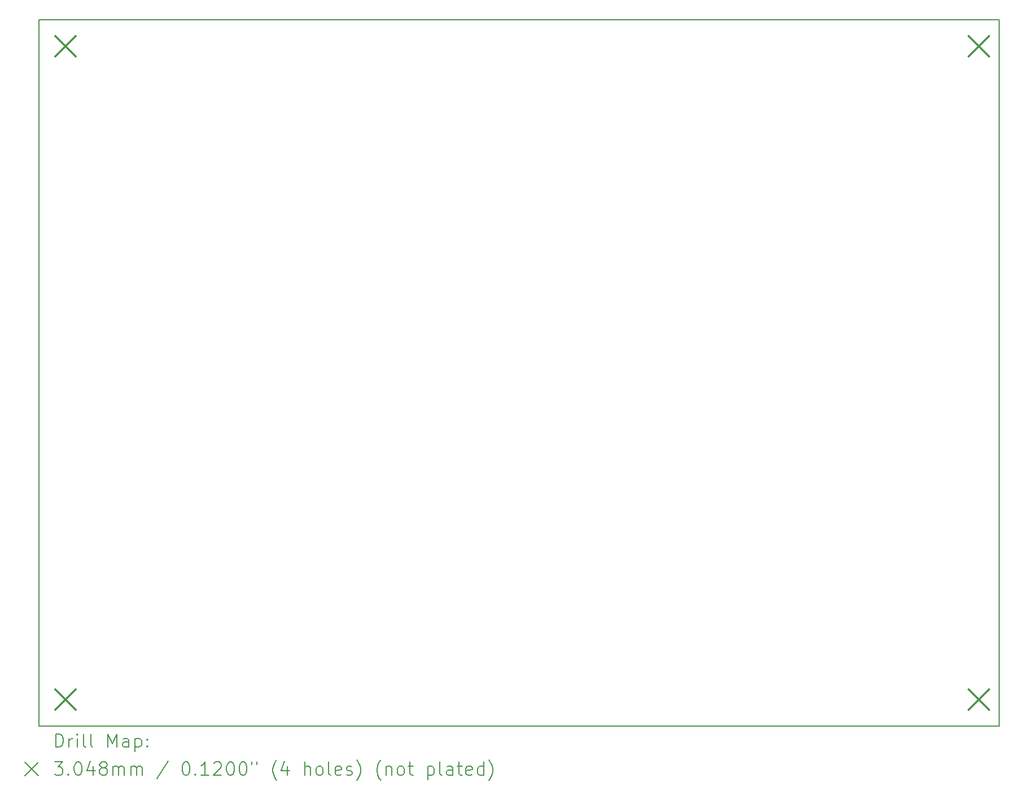
<source format=gbr>
%TF.GenerationSoftware,KiCad,Pcbnew,7.0.11+dfsg-1build4*%
%TF.CreationDate,2025-02-02T21:03:16-06:00*%
%TF.ProjectId,ControlBoard,436f6e74-726f-46c4-926f-6172642e6b69,rev?*%
%TF.SameCoordinates,Original*%
%TF.FileFunction,Drillmap*%
%TF.FilePolarity,Positive*%
%FSLAX45Y45*%
G04 Gerber Fmt 4.5, Leading zero omitted, Abs format (unit mm)*
G04 Created by KiCad (PCBNEW 7.0.11+dfsg-1build4) date 2025-02-02 21:03:16*
%MOMM*%
%LPD*%
G01*
G04 APERTURE LIST*
%ADD10C,0.150000*%
%ADD11C,0.200000*%
%ADD12C,0.304800*%
G04 APERTURE END LIST*
D10*
X5500000Y-14500000D02*
X5500000Y-3900000D01*
X19900000Y-14500000D02*
X5500000Y-14500000D01*
X19900000Y-3900000D02*
X19900000Y-14500000D01*
X5500000Y-3900000D02*
X19900000Y-3900000D01*
D11*
D12*
X5747600Y-4147600D02*
X6052400Y-4452400D01*
X6052400Y-4147600D02*
X5747600Y-4452400D01*
X5747600Y-13947600D02*
X6052400Y-14252400D01*
X6052400Y-13947600D02*
X5747600Y-14252400D01*
X19447600Y-4147600D02*
X19752400Y-4452400D01*
X19752400Y-4147600D02*
X19447600Y-4452400D01*
X19447600Y-13947600D02*
X19752400Y-14252400D01*
X19752400Y-13947600D02*
X19447600Y-14252400D01*
D11*
X5753277Y-14818984D02*
X5753277Y-14618984D01*
X5753277Y-14618984D02*
X5800896Y-14618984D01*
X5800896Y-14618984D02*
X5829467Y-14628508D01*
X5829467Y-14628508D02*
X5848515Y-14647555D01*
X5848515Y-14647555D02*
X5858039Y-14666603D01*
X5858039Y-14666603D02*
X5867562Y-14704698D01*
X5867562Y-14704698D02*
X5867562Y-14733269D01*
X5867562Y-14733269D02*
X5858039Y-14771365D01*
X5858039Y-14771365D02*
X5848515Y-14790412D01*
X5848515Y-14790412D02*
X5829467Y-14809460D01*
X5829467Y-14809460D02*
X5800896Y-14818984D01*
X5800896Y-14818984D02*
X5753277Y-14818984D01*
X5953277Y-14818984D02*
X5953277Y-14685650D01*
X5953277Y-14723746D02*
X5962801Y-14704698D01*
X5962801Y-14704698D02*
X5972324Y-14695174D01*
X5972324Y-14695174D02*
X5991372Y-14685650D01*
X5991372Y-14685650D02*
X6010420Y-14685650D01*
X6077086Y-14818984D02*
X6077086Y-14685650D01*
X6077086Y-14618984D02*
X6067562Y-14628508D01*
X6067562Y-14628508D02*
X6077086Y-14638031D01*
X6077086Y-14638031D02*
X6086610Y-14628508D01*
X6086610Y-14628508D02*
X6077086Y-14618984D01*
X6077086Y-14618984D02*
X6077086Y-14638031D01*
X6200896Y-14818984D02*
X6181848Y-14809460D01*
X6181848Y-14809460D02*
X6172324Y-14790412D01*
X6172324Y-14790412D02*
X6172324Y-14618984D01*
X6305658Y-14818984D02*
X6286610Y-14809460D01*
X6286610Y-14809460D02*
X6277086Y-14790412D01*
X6277086Y-14790412D02*
X6277086Y-14618984D01*
X6534229Y-14818984D02*
X6534229Y-14618984D01*
X6534229Y-14618984D02*
X6600896Y-14761841D01*
X6600896Y-14761841D02*
X6667562Y-14618984D01*
X6667562Y-14618984D02*
X6667562Y-14818984D01*
X6848515Y-14818984D02*
X6848515Y-14714222D01*
X6848515Y-14714222D02*
X6838991Y-14695174D01*
X6838991Y-14695174D02*
X6819943Y-14685650D01*
X6819943Y-14685650D02*
X6781848Y-14685650D01*
X6781848Y-14685650D02*
X6762801Y-14695174D01*
X6848515Y-14809460D02*
X6829467Y-14818984D01*
X6829467Y-14818984D02*
X6781848Y-14818984D01*
X6781848Y-14818984D02*
X6762801Y-14809460D01*
X6762801Y-14809460D02*
X6753277Y-14790412D01*
X6753277Y-14790412D02*
X6753277Y-14771365D01*
X6753277Y-14771365D02*
X6762801Y-14752317D01*
X6762801Y-14752317D02*
X6781848Y-14742793D01*
X6781848Y-14742793D02*
X6829467Y-14742793D01*
X6829467Y-14742793D02*
X6848515Y-14733269D01*
X6943753Y-14685650D02*
X6943753Y-14885650D01*
X6943753Y-14695174D02*
X6962801Y-14685650D01*
X6962801Y-14685650D02*
X7000896Y-14685650D01*
X7000896Y-14685650D02*
X7019943Y-14695174D01*
X7019943Y-14695174D02*
X7029467Y-14704698D01*
X7029467Y-14704698D02*
X7038991Y-14723746D01*
X7038991Y-14723746D02*
X7038991Y-14780888D01*
X7038991Y-14780888D02*
X7029467Y-14799936D01*
X7029467Y-14799936D02*
X7019943Y-14809460D01*
X7019943Y-14809460D02*
X7000896Y-14818984D01*
X7000896Y-14818984D02*
X6962801Y-14818984D01*
X6962801Y-14818984D02*
X6943753Y-14809460D01*
X7124705Y-14799936D02*
X7134229Y-14809460D01*
X7134229Y-14809460D02*
X7124705Y-14818984D01*
X7124705Y-14818984D02*
X7115182Y-14809460D01*
X7115182Y-14809460D02*
X7124705Y-14799936D01*
X7124705Y-14799936D02*
X7124705Y-14818984D01*
X7124705Y-14695174D02*
X7134229Y-14704698D01*
X7134229Y-14704698D02*
X7124705Y-14714222D01*
X7124705Y-14714222D02*
X7115182Y-14704698D01*
X7115182Y-14704698D02*
X7124705Y-14695174D01*
X7124705Y-14695174D02*
X7124705Y-14714222D01*
X5292500Y-15047500D02*
X5492500Y-15247500D01*
X5492500Y-15047500D02*
X5292500Y-15247500D01*
X5734229Y-15038984D02*
X5858039Y-15038984D01*
X5858039Y-15038984D02*
X5791372Y-15115174D01*
X5791372Y-15115174D02*
X5819943Y-15115174D01*
X5819943Y-15115174D02*
X5838991Y-15124698D01*
X5838991Y-15124698D02*
X5848515Y-15134222D01*
X5848515Y-15134222D02*
X5858039Y-15153269D01*
X5858039Y-15153269D02*
X5858039Y-15200888D01*
X5858039Y-15200888D02*
X5848515Y-15219936D01*
X5848515Y-15219936D02*
X5838991Y-15229460D01*
X5838991Y-15229460D02*
X5819943Y-15238984D01*
X5819943Y-15238984D02*
X5762801Y-15238984D01*
X5762801Y-15238984D02*
X5743753Y-15229460D01*
X5743753Y-15229460D02*
X5734229Y-15219936D01*
X5943753Y-15219936D02*
X5953277Y-15229460D01*
X5953277Y-15229460D02*
X5943753Y-15238984D01*
X5943753Y-15238984D02*
X5934229Y-15229460D01*
X5934229Y-15229460D02*
X5943753Y-15219936D01*
X5943753Y-15219936D02*
X5943753Y-15238984D01*
X6077086Y-15038984D02*
X6096134Y-15038984D01*
X6096134Y-15038984D02*
X6115182Y-15048508D01*
X6115182Y-15048508D02*
X6124705Y-15058031D01*
X6124705Y-15058031D02*
X6134229Y-15077079D01*
X6134229Y-15077079D02*
X6143753Y-15115174D01*
X6143753Y-15115174D02*
X6143753Y-15162793D01*
X6143753Y-15162793D02*
X6134229Y-15200888D01*
X6134229Y-15200888D02*
X6124705Y-15219936D01*
X6124705Y-15219936D02*
X6115182Y-15229460D01*
X6115182Y-15229460D02*
X6096134Y-15238984D01*
X6096134Y-15238984D02*
X6077086Y-15238984D01*
X6077086Y-15238984D02*
X6058039Y-15229460D01*
X6058039Y-15229460D02*
X6048515Y-15219936D01*
X6048515Y-15219936D02*
X6038991Y-15200888D01*
X6038991Y-15200888D02*
X6029467Y-15162793D01*
X6029467Y-15162793D02*
X6029467Y-15115174D01*
X6029467Y-15115174D02*
X6038991Y-15077079D01*
X6038991Y-15077079D02*
X6048515Y-15058031D01*
X6048515Y-15058031D02*
X6058039Y-15048508D01*
X6058039Y-15048508D02*
X6077086Y-15038984D01*
X6315182Y-15105650D02*
X6315182Y-15238984D01*
X6267562Y-15029460D02*
X6219943Y-15172317D01*
X6219943Y-15172317D02*
X6343753Y-15172317D01*
X6448515Y-15124698D02*
X6429467Y-15115174D01*
X6429467Y-15115174D02*
X6419943Y-15105650D01*
X6419943Y-15105650D02*
X6410420Y-15086603D01*
X6410420Y-15086603D02*
X6410420Y-15077079D01*
X6410420Y-15077079D02*
X6419943Y-15058031D01*
X6419943Y-15058031D02*
X6429467Y-15048508D01*
X6429467Y-15048508D02*
X6448515Y-15038984D01*
X6448515Y-15038984D02*
X6486610Y-15038984D01*
X6486610Y-15038984D02*
X6505658Y-15048508D01*
X6505658Y-15048508D02*
X6515182Y-15058031D01*
X6515182Y-15058031D02*
X6524705Y-15077079D01*
X6524705Y-15077079D02*
X6524705Y-15086603D01*
X6524705Y-15086603D02*
X6515182Y-15105650D01*
X6515182Y-15105650D02*
X6505658Y-15115174D01*
X6505658Y-15115174D02*
X6486610Y-15124698D01*
X6486610Y-15124698D02*
X6448515Y-15124698D01*
X6448515Y-15124698D02*
X6429467Y-15134222D01*
X6429467Y-15134222D02*
X6419943Y-15143746D01*
X6419943Y-15143746D02*
X6410420Y-15162793D01*
X6410420Y-15162793D02*
X6410420Y-15200888D01*
X6410420Y-15200888D02*
X6419943Y-15219936D01*
X6419943Y-15219936D02*
X6429467Y-15229460D01*
X6429467Y-15229460D02*
X6448515Y-15238984D01*
X6448515Y-15238984D02*
X6486610Y-15238984D01*
X6486610Y-15238984D02*
X6505658Y-15229460D01*
X6505658Y-15229460D02*
X6515182Y-15219936D01*
X6515182Y-15219936D02*
X6524705Y-15200888D01*
X6524705Y-15200888D02*
X6524705Y-15162793D01*
X6524705Y-15162793D02*
X6515182Y-15143746D01*
X6515182Y-15143746D02*
X6505658Y-15134222D01*
X6505658Y-15134222D02*
X6486610Y-15124698D01*
X6610420Y-15238984D02*
X6610420Y-15105650D01*
X6610420Y-15124698D02*
X6619943Y-15115174D01*
X6619943Y-15115174D02*
X6638991Y-15105650D01*
X6638991Y-15105650D02*
X6667563Y-15105650D01*
X6667563Y-15105650D02*
X6686610Y-15115174D01*
X6686610Y-15115174D02*
X6696134Y-15134222D01*
X6696134Y-15134222D02*
X6696134Y-15238984D01*
X6696134Y-15134222D02*
X6705658Y-15115174D01*
X6705658Y-15115174D02*
X6724705Y-15105650D01*
X6724705Y-15105650D02*
X6753277Y-15105650D01*
X6753277Y-15105650D02*
X6772324Y-15115174D01*
X6772324Y-15115174D02*
X6781848Y-15134222D01*
X6781848Y-15134222D02*
X6781848Y-15238984D01*
X6877086Y-15238984D02*
X6877086Y-15105650D01*
X6877086Y-15124698D02*
X6886610Y-15115174D01*
X6886610Y-15115174D02*
X6905658Y-15105650D01*
X6905658Y-15105650D02*
X6934229Y-15105650D01*
X6934229Y-15105650D02*
X6953277Y-15115174D01*
X6953277Y-15115174D02*
X6962801Y-15134222D01*
X6962801Y-15134222D02*
X6962801Y-15238984D01*
X6962801Y-15134222D02*
X6972324Y-15115174D01*
X6972324Y-15115174D02*
X6991372Y-15105650D01*
X6991372Y-15105650D02*
X7019943Y-15105650D01*
X7019943Y-15105650D02*
X7038991Y-15115174D01*
X7038991Y-15115174D02*
X7048515Y-15134222D01*
X7048515Y-15134222D02*
X7048515Y-15238984D01*
X7438991Y-15029460D02*
X7267563Y-15286603D01*
X7696134Y-15038984D02*
X7715182Y-15038984D01*
X7715182Y-15038984D02*
X7734229Y-15048508D01*
X7734229Y-15048508D02*
X7743753Y-15058031D01*
X7743753Y-15058031D02*
X7753277Y-15077079D01*
X7753277Y-15077079D02*
X7762801Y-15115174D01*
X7762801Y-15115174D02*
X7762801Y-15162793D01*
X7762801Y-15162793D02*
X7753277Y-15200888D01*
X7753277Y-15200888D02*
X7743753Y-15219936D01*
X7743753Y-15219936D02*
X7734229Y-15229460D01*
X7734229Y-15229460D02*
X7715182Y-15238984D01*
X7715182Y-15238984D02*
X7696134Y-15238984D01*
X7696134Y-15238984D02*
X7677086Y-15229460D01*
X7677086Y-15229460D02*
X7667563Y-15219936D01*
X7667563Y-15219936D02*
X7658039Y-15200888D01*
X7658039Y-15200888D02*
X7648515Y-15162793D01*
X7648515Y-15162793D02*
X7648515Y-15115174D01*
X7648515Y-15115174D02*
X7658039Y-15077079D01*
X7658039Y-15077079D02*
X7667563Y-15058031D01*
X7667563Y-15058031D02*
X7677086Y-15048508D01*
X7677086Y-15048508D02*
X7696134Y-15038984D01*
X7848515Y-15219936D02*
X7858039Y-15229460D01*
X7858039Y-15229460D02*
X7848515Y-15238984D01*
X7848515Y-15238984D02*
X7838991Y-15229460D01*
X7838991Y-15229460D02*
X7848515Y-15219936D01*
X7848515Y-15219936D02*
X7848515Y-15238984D01*
X8048515Y-15238984D02*
X7934229Y-15238984D01*
X7991372Y-15238984D02*
X7991372Y-15038984D01*
X7991372Y-15038984D02*
X7972325Y-15067555D01*
X7972325Y-15067555D02*
X7953277Y-15086603D01*
X7953277Y-15086603D02*
X7934229Y-15096127D01*
X8124706Y-15058031D02*
X8134229Y-15048508D01*
X8134229Y-15048508D02*
X8153277Y-15038984D01*
X8153277Y-15038984D02*
X8200896Y-15038984D01*
X8200896Y-15038984D02*
X8219944Y-15048508D01*
X8219944Y-15048508D02*
X8229467Y-15058031D01*
X8229467Y-15058031D02*
X8238991Y-15077079D01*
X8238991Y-15077079D02*
X8238991Y-15096127D01*
X8238991Y-15096127D02*
X8229467Y-15124698D01*
X8229467Y-15124698D02*
X8115182Y-15238984D01*
X8115182Y-15238984D02*
X8238991Y-15238984D01*
X8362801Y-15038984D02*
X8381848Y-15038984D01*
X8381848Y-15038984D02*
X8400896Y-15048508D01*
X8400896Y-15048508D02*
X8410420Y-15058031D01*
X8410420Y-15058031D02*
X8419944Y-15077079D01*
X8419944Y-15077079D02*
X8429468Y-15115174D01*
X8429468Y-15115174D02*
X8429468Y-15162793D01*
X8429468Y-15162793D02*
X8419944Y-15200888D01*
X8419944Y-15200888D02*
X8410420Y-15219936D01*
X8410420Y-15219936D02*
X8400896Y-15229460D01*
X8400896Y-15229460D02*
X8381848Y-15238984D01*
X8381848Y-15238984D02*
X8362801Y-15238984D01*
X8362801Y-15238984D02*
X8343753Y-15229460D01*
X8343753Y-15229460D02*
X8334229Y-15219936D01*
X8334229Y-15219936D02*
X8324706Y-15200888D01*
X8324706Y-15200888D02*
X8315182Y-15162793D01*
X8315182Y-15162793D02*
X8315182Y-15115174D01*
X8315182Y-15115174D02*
X8324706Y-15077079D01*
X8324706Y-15077079D02*
X8334229Y-15058031D01*
X8334229Y-15058031D02*
X8343753Y-15048508D01*
X8343753Y-15048508D02*
X8362801Y-15038984D01*
X8553277Y-15038984D02*
X8572325Y-15038984D01*
X8572325Y-15038984D02*
X8591372Y-15048508D01*
X8591372Y-15048508D02*
X8600896Y-15058031D01*
X8600896Y-15058031D02*
X8610420Y-15077079D01*
X8610420Y-15077079D02*
X8619944Y-15115174D01*
X8619944Y-15115174D02*
X8619944Y-15162793D01*
X8619944Y-15162793D02*
X8610420Y-15200888D01*
X8610420Y-15200888D02*
X8600896Y-15219936D01*
X8600896Y-15219936D02*
X8591372Y-15229460D01*
X8591372Y-15229460D02*
X8572325Y-15238984D01*
X8572325Y-15238984D02*
X8553277Y-15238984D01*
X8553277Y-15238984D02*
X8534229Y-15229460D01*
X8534229Y-15229460D02*
X8524706Y-15219936D01*
X8524706Y-15219936D02*
X8515182Y-15200888D01*
X8515182Y-15200888D02*
X8505658Y-15162793D01*
X8505658Y-15162793D02*
X8505658Y-15115174D01*
X8505658Y-15115174D02*
X8515182Y-15077079D01*
X8515182Y-15077079D02*
X8524706Y-15058031D01*
X8524706Y-15058031D02*
X8534229Y-15048508D01*
X8534229Y-15048508D02*
X8553277Y-15038984D01*
X8696134Y-15038984D02*
X8696134Y-15077079D01*
X8772325Y-15038984D02*
X8772325Y-15077079D01*
X9067563Y-15315174D02*
X9058039Y-15305650D01*
X9058039Y-15305650D02*
X9038991Y-15277079D01*
X9038991Y-15277079D02*
X9029468Y-15258031D01*
X9029468Y-15258031D02*
X9019944Y-15229460D01*
X9019944Y-15229460D02*
X9010420Y-15181841D01*
X9010420Y-15181841D02*
X9010420Y-15143746D01*
X9010420Y-15143746D02*
X9019944Y-15096127D01*
X9019944Y-15096127D02*
X9029468Y-15067555D01*
X9029468Y-15067555D02*
X9038991Y-15048508D01*
X9038991Y-15048508D02*
X9058039Y-15019936D01*
X9058039Y-15019936D02*
X9067563Y-15010412D01*
X9229468Y-15105650D02*
X9229468Y-15238984D01*
X9181849Y-15029460D02*
X9134230Y-15172317D01*
X9134230Y-15172317D02*
X9258039Y-15172317D01*
X9486611Y-15238984D02*
X9486611Y-15038984D01*
X9572325Y-15238984D02*
X9572325Y-15134222D01*
X9572325Y-15134222D02*
X9562801Y-15115174D01*
X9562801Y-15115174D02*
X9543753Y-15105650D01*
X9543753Y-15105650D02*
X9515182Y-15105650D01*
X9515182Y-15105650D02*
X9496134Y-15115174D01*
X9496134Y-15115174D02*
X9486611Y-15124698D01*
X9696134Y-15238984D02*
X9677087Y-15229460D01*
X9677087Y-15229460D02*
X9667563Y-15219936D01*
X9667563Y-15219936D02*
X9658039Y-15200888D01*
X9658039Y-15200888D02*
X9658039Y-15143746D01*
X9658039Y-15143746D02*
X9667563Y-15124698D01*
X9667563Y-15124698D02*
X9677087Y-15115174D01*
X9677087Y-15115174D02*
X9696134Y-15105650D01*
X9696134Y-15105650D02*
X9724706Y-15105650D01*
X9724706Y-15105650D02*
X9743753Y-15115174D01*
X9743753Y-15115174D02*
X9753277Y-15124698D01*
X9753277Y-15124698D02*
X9762801Y-15143746D01*
X9762801Y-15143746D02*
X9762801Y-15200888D01*
X9762801Y-15200888D02*
X9753277Y-15219936D01*
X9753277Y-15219936D02*
X9743753Y-15229460D01*
X9743753Y-15229460D02*
X9724706Y-15238984D01*
X9724706Y-15238984D02*
X9696134Y-15238984D01*
X9877087Y-15238984D02*
X9858039Y-15229460D01*
X9858039Y-15229460D02*
X9848515Y-15210412D01*
X9848515Y-15210412D02*
X9848515Y-15038984D01*
X10029468Y-15229460D02*
X10010420Y-15238984D01*
X10010420Y-15238984D02*
X9972325Y-15238984D01*
X9972325Y-15238984D02*
X9953277Y-15229460D01*
X9953277Y-15229460D02*
X9943753Y-15210412D01*
X9943753Y-15210412D02*
X9943753Y-15134222D01*
X9943753Y-15134222D02*
X9953277Y-15115174D01*
X9953277Y-15115174D02*
X9972325Y-15105650D01*
X9972325Y-15105650D02*
X10010420Y-15105650D01*
X10010420Y-15105650D02*
X10029468Y-15115174D01*
X10029468Y-15115174D02*
X10038992Y-15134222D01*
X10038992Y-15134222D02*
X10038992Y-15153269D01*
X10038992Y-15153269D02*
X9943753Y-15172317D01*
X10115182Y-15229460D02*
X10134230Y-15238984D01*
X10134230Y-15238984D02*
X10172325Y-15238984D01*
X10172325Y-15238984D02*
X10191373Y-15229460D01*
X10191373Y-15229460D02*
X10200896Y-15210412D01*
X10200896Y-15210412D02*
X10200896Y-15200888D01*
X10200896Y-15200888D02*
X10191373Y-15181841D01*
X10191373Y-15181841D02*
X10172325Y-15172317D01*
X10172325Y-15172317D02*
X10143753Y-15172317D01*
X10143753Y-15172317D02*
X10124706Y-15162793D01*
X10124706Y-15162793D02*
X10115182Y-15143746D01*
X10115182Y-15143746D02*
X10115182Y-15134222D01*
X10115182Y-15134222D02*
X10124706Y-15115174D01*
X10124706Y-15115174D02*
X10143753Y-15105650D01*
X10143753Y-15105650D02*
X10172325Y-15105650D01*
X10172325Y-15105650D02*
X10191373Y-15115174D01*
X10267563Y-15315174D02*
X10277087Y-15305650D01*
X10277087Y-15305650D02*
X10296134Y-15277079D01*
X10296134Y-15277079D02*
X10305658Y-15258031D01*
X10305658Y-15258031D02*
X10315182Y-15229460D01*
X10315182Y-15229460D02*
X10324706Y-15181841D01*
X10324706Y-15181841D02*
X10324706Y-15143746D01*
X10324706Y-15143746D02*
X10315182Y-15096127D01*
X10315182Y-15096127D02*
X10305658Y-15067555D01*
X10305658Y-15067555D02*
X10296134Y-15048508D01*
X10296134Y-15048508D02*
X10277087Y-15019936D01*
X10277087Y-15019936D02*
X10267563Y-15010412D01*
X10629468Y-15315174D02*
X10619944Y-15305650D01*
X10619944Y-15305650D02*
X10600896Y-15277079D01*
X10600896Y-15277079D02*
X10591373Y-15258031D01*
X10591373Y-15258031D02*
X10581849Y-15229460D01*
X10581849Y-15229460D02*
X10572325Y-15181841D01*
X10572325Y-15181841D02*
X10572325Y-15143746D01*
X10572325Y-15143746D02*
X10581849Y-15096127D01*
X10581849Y-15096127D02*
X10591373Y-15067555D01*
X10591373Y-15067555D02*
X10600896Y-15048508D01*
X10600896Y-15048508D02*
X10619944Y-15019936D01*
X10619944Y-15019936D02*
X10629468Y-15010412D01*
X10705658Y-15105650D02*
X10705658Y-15238984D01*
X10705658Y-15124698D02*
X10715182Y-15115174D01*
X10715182Y-15115174D02*
X10734230Y-15105650D01*
X10734230Y-15105650D02*
X10762801Y-15105650D01*
X10762801Y-15105650D02*
X10781849Y-15115174D01*
X10781849Y-15115174D02*
X10791373Y-15134222D01*
X10791373Y-15134222D02*
X10791373Y-15238984D01*
X10915182Y-15238984D02*
X10896134Y-15229460D01*
X10896134Y-15229460D02*
X10886611Y-15219936D01*
X10886611Y-15219936D02*
X10877087Y-15200888D01*
X10877087Y-15200888D02*
X10877087Y-15143746D01*
X10877087Y-15143746D02*
X10886611Y-15124698D01*
X10886611Y-15124698D02*
X10896134Y-15115174D01*
X10896134Y-15115174D02*
X10915182Y-15105650D01*
X10915182Y-15105650D02*
X10943754Y-15105650D01*
X10943754Y-15105650D02*
X10962801Y-15115174D01*
X10962801Y-15115174D02*
X10972325Y-15124698D01*
X10972325Y-15124698D02*
X10981849Y-15143746D01*
X10981849Y-15143746D02*
X10981849Y-15200888D01*
X10981849Y-15200888D02*
X10972325Y-15219936D01*
X10972325Y-15219936D02*
X10962801Y-15229460D01*
X10962801Y-15229460D02*
X10943754Y-15238984D01*
X10943754Y-15238984D02*
X10915182Y-15238984D01*
X11038992Y-15105650D02*
X11115182Y-15105650D01*
X11067563Y-15038984D02*
X11067563Y-15210412D01*
X11067563Y-15210412D02*
X11077087Y-15229460D01*
X11077087Y-15229460D02*
X11096134Y-15238984D01*
X11096134Y-15238984D02*
X11115182Y-15238984D01*
X11334230Y-15105650D02*
X11334230Y-15305650D01*
X11334230Y-15115174D02*
X11353277Y-15105650D01*
X11353277Y-15105650D02*
X11391373Y-15105650D01*
X11391373Y-15105650D02*
X11410420Y-15115174D01*
X11410420Y-15115174D02*
X11419944Y-15124698D01*
X11419944Y-15124698D02*
X11429468Y-15143746D01*
X11429468Y-15143746D02*
X11429468Y-15200888D01*
X11429468Y-15200888D02*
X11419944Y-15219936D01*
X11419944Y-15219936D02*
X11410420Y-15229460D01*
X11410420Y-15229460D02*
X11391373Y-15238984D01*
X11391373Y-15238984D02*
X11353277Y-15238984D01*
X11353277Y-15238984D02*
X11334230Y-15229460D01*
X11543753Y-15238984D02*
X11524706Y-15229460D01*
X11524706Y-15229460D02*
X11515182Y-15210412D01*
X11515182Y-15210412D02*
X11515182Y-15038984D01*
X11705658Y-15238984D02*
X11705658Y-15134222D01*
X11705658Y-15134222D02*
X11696134Y-15115174D01*
X11696134Y-15115174D02*
X11677087Y-15105650D01*
X11677087Y-15105650D02*
X11638992Y-15105650D01*
X11638992Y-15105650D02*
X11619944Y-15115174D01*
X11705658Y-15229460D02*
X11686611Y-15238984D01*
X11686611Y-15238984D02*
X11638992Y-15238984D01*
X11638992Y-15238984D02*
X11619944Y-15229460D01*
X11619944Y-15229460D02*
X11610420Y-15210412D01*
X11610420Y-15210412D02*
X11610420Y-15191365D01*
X11610420Y-15191365D02*
X11619944Y-15172317D01*
X11619944Y-15172317D02*
X11638992Y-15162793D01*
X11638992Y-15162793D02*
X11686611Y-15162793D01*
X11686611Y-15162793D02*
X11705658Y-15153269D01*
X11772325Y-15105650D02*
X11848515Y-15105650D01*
X11800896Y-15038984D02*
X11800896Y-15210412D01*
X11800896Y-15210412D02*
X11810420Y-15229460D01*
X11810420Y-15229460D02*
X11829468Y-15238984D01*
X11829468Y-15238984D02*
X11848515Y-15238984D01*
X11991373Y-15229460D02*
X11972325Y-15238984D01*
X11972325Y-15238984D02*
X11934230Y-15238984D01*
X11934230Y-15238984D02*
X11915182Y-15229460D01*
X11915182Y-15229460D02*
X11905658Y-15210412D01*
X11905658Y-15210412D02*
X11905658Y-15134222D01*
X11905658Y-15134222D02*
X11915182Y-15115174D01*
X11915182Y-15115174D02*
X11934230Y-15105650D01*
X11934230Y-15105650D02*
X11972325Y-15105650D01*
X11972325Y-15105650D02*
X11991373Y-15115174D01*
X11991373Y-15115174D02*
X12000896Y-15134222D01*
X12000896Y-15134222D02*
X12000896Y-15153269D01*
X12000896Y-15153269D02*
X11905658Y-15172317D01*
X12172325Y-15238984D02*
X12172325Y-15038984D01*
X12172325Y-15229460D02*
X12153277Y-15238984D01*
X12153277Y-15238984D02*
X12115182Y-15238984D01*
X12115182Y-15238984D02*
X12096134Y-15229460D01*
X12096134Y-15229460D02*
X12086611Y-15219936D01*
X12086611Y-15219936D02*
X12077087Y-15200888D01*
X12077087Y-15200888D02*
X12077087Y-15143746D01*
X12077087Y-15143746D02*
X12086611Y-15124698D01*
X12086611Y-15124698D02*
X12096134Y-15115174D01*
X12096134Y-15115174D02*
X12115182Y-15105650D01*
X12115182Y-15105650D02*
X12153277Y-15105650D01*
X12153277Y-15105650D02*
X12172325Y-15115174D01*
X12248515Y-15315174D02*
X12258039Y-15305650D01*
X12258039Y-15305650D02*
X12277087Y-15277079D01*
X12277087Y-15277079D02*
X12286611Y-15258031D01*
X12286611Y-15258031D02*
X12296134Y-15229460D01*
X12296134Y-15229460D02*
X12305658Y-15181841D01*
X12305658Y-15181841D02*
X12305658Y-15143746D01*
X12305658Y-15143746D02*
X12296134Y-15096127D01*
X12296134Y-15096127D02*
X12286611Y-15067555D01*
X12286611Y-15067555D02*
X12277087Y-15048508D01*
X12277087Y-15048508D02*
X12258039Y-15019936D01*
X12258039Y-15019936D02*
X12248515Y-15010412D01*
M02*

</source>
